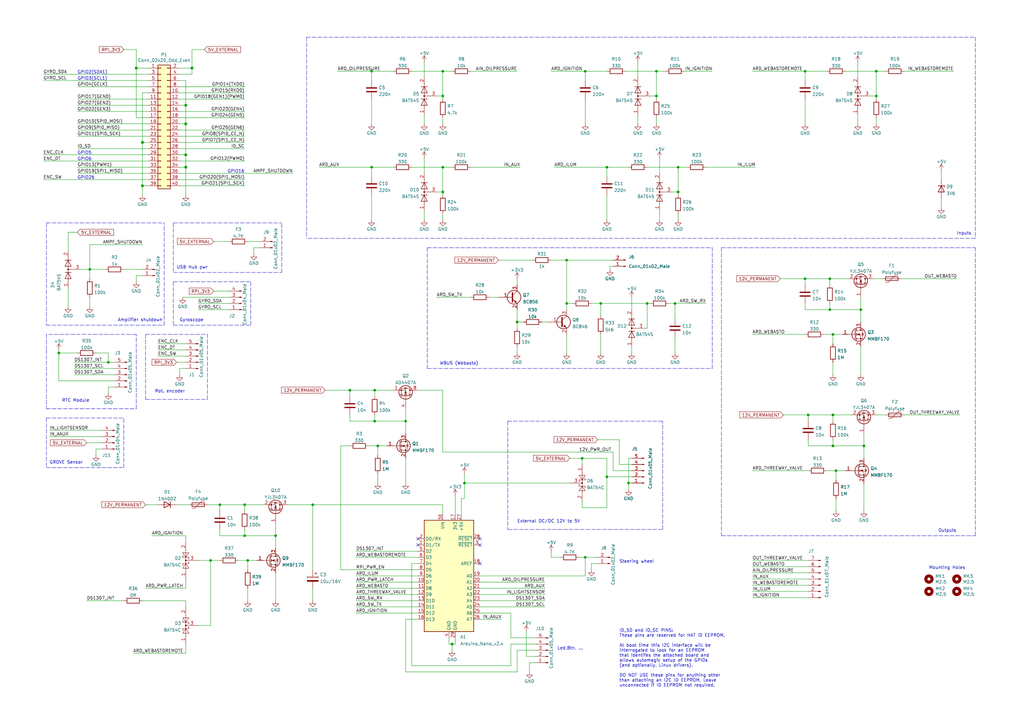
<source format=kicad_sch>
(kicad_sch (version 20211123) (generator eeschema)
  (paper "A3")
  (title_block (title "lr-openauto-hat") (date "2022-01-23") (rev "1") (company "Ing. Robert Sedlacek"))
  (junction (at 154.94 182.88))
  (junction (at 143.51 160.02))
  (junction (at 240.03 29.21))
  (junction (at 101.6 229.87))
  (junction (at 341.63 137.16))
  (junction (at 342.9 193.04))
  (junction (at 55.88 27.94) (diameter 1.016))
  (junction (at 341.63 182.88))
  (junction (at 248.92 195.58))
  (junction (at 76.2 68.58) (diameter 1.016))
  (junction (at 330.2 29.21))
  (junction (at 265.43 124.46))
  (junction (at 248.92 68.58))
  (junction (at 153.67 160.02))
  (junction (at 185.42 264.16))
  (junction (at 232.41 124.46))
  (junction (at 340.36 114.3))
  (junction (at 76.2 43.18) (diameter 1.016))
  (junction (at 181.61 39.37))
  (junction (at 354.33 182.88))
  (junction (at 181.61 29.21))
  (junction (at 166.37 172.72))
  (junction (at 353.06 127))
  (junction (at 113.03 219.71))
  (junction (at 257.81 198.12))
  (junction (at 278.13 78.74))
  (junction (at 238.76 187.96))
  (junction (at 36.83 110.49))
  (junction (at 190.5 198.12))
  (junction (at 330.2 114.3))
  (junction (at 341.63 170.18))
  (junction (at 181.61 68.58))
  (junction (at 78.74 27.94) (diameter 1.016))
  (junction (at 90.17 207.01))
  (junction (at 86.36 229.87))
  (junction (at 76.2 63.5) (diameter 1.016))
  (junction (at 269.24 29.21))
  (junction (at 278.13 68.58))
  (junction (at 76.2 50.8) (diameter 1.016))
  (junction (at 58.42 58.42) (diameter 1.016))
  (junction (at 58.42 76.2) (diameter 1.016))
  (junction (at 276.86 124.46))
  (junction (at 100.33 207.01))
  (junction (at 232.41 106.68))
  (junction (at 153.67 172.72))
  (junction (at 152.4 68.58))
  (junction (at 24.13 144.78))
  (junction (at 128.27 207.01))
  (junction (at 44.45 148.59))
  (junction (at 100.33 219.71))
  (junction (at 359.41 39.37))
  (junction (at 246.38 124.46))
  (junction (at 359.41 29.21))
  (junction (at 181.61 78.74))
  (junction (at 212.09 132.08))
  (junction (at 152.4 29.21))
  (junction (at 331.47 170.18))
  (junction (at 340.36 127))
  (junction (at 269.24 39.37))
  (junction (at 240.03 228.6))
  (no_connect (at 196.85 231.14))
  (no_connect (at 196.85 220.98))
  (no_connect (at 196.85 223.52))
  (no_connect (at 171.45 223.52))
  (no_connect (at 171.45 220.98))
  (polyline (pts (xy 71.12 91.44) (xy 71.12 111.76)))
  (wire (pts (xy 36.83 110.49) (xy 43.18 110.49)))
  (wire (pts (xy 173.99 46.99) (xy 173.99 50.8)))
  (wire (pts (xy 270.51 86.36) (xy 270.51 90.17)))
  (wire (pts (xy 240.03 33.02) (xy 240.03 29.21)))
  (wire (pts (xy 248.92 195.58) (xy 248.92 208.28)))
  (wire (pts (xy 181.61 39.37) (xy 181.61 40.64)))
  (wire (pts (xy 346.71 29.21) (xy 359.41 29.21)))
  (wire (pts (xy 146.05 246.38) (xy 171.45 246.38)))
  (polyline (pts (xy 59.69 137.16) (xy 59.69 163.83)))
  (wire (pts (xy 152.4 29.21) (xy 161.29 29.21)))
  (wire (pts (xy 340.36 124.46) (xy 340.36 127)))
  (wire (pts (xy 340.36 114.3) (xy 340.36 116.84)))
  (polyline (pts (xy 71.12 133.35) (xy 102.87 133.35)))
  (wire (pts (xy 242.57 124.46) (xy 246.38 124.46)))
  (wire (pts (xy 308.61 193.04) (xy 331.47 193.04)))
  (wire (pts (xy 55.88 27.94) (xy 60.96 27.94)))
  (wire (pts (xy 242.57 233.68) (xy 242.57 231.14)))
  (polyline (pts (xy 400.05 15.24) (xy 400.05 97.79)))
  (wire (pts (xy 181.61 29.21) (xy 185.42 29.21)))
  (wire (pts (xy 212.09 275.59) (xy 212.09 266.7)))
  (wire (pts (xy 308.61 232.41) (xy 331.47 232.41)))
  (wire (pts (xy 246.38 124.46) (xy 265.43 124.46)))
  (polyline (pts (xy 175.26 101.6) (xy 175.26 151.13)))
  (polyline (pts (xy 71.12 115.57) (xy 102.87 115.57)))
  (polyline (pts (xy 102.87 133.35) (xy 102.87 115.57)))
  (polyline (pts (xy 19.05 133.35) (xy 67.31 133.35)))
  (wire (pts (xy 73.66 71.12) (xy 120.142 71.12)))
  (wire (pts (xy 179.07 121.92) (xy 193.04 121.92)))
  (wire (pts (xy 152.4 80.01) (xy 152.4 90.17)))
  (wire (pts (xy 146.05 228.6) (xy 171.45 228.6)))
  (wire (pts (xy 250.19 110.49) (xy 250.19 109.22)))
  (wire (pts (xy 222.25 132.08) (xy 224.79 132.08)))
  (wire (pts (xy 78.74 27.94) (xy 78.74 30.48)))
  (wire (pts (xy 353.06 127) (xy 340.36 127)))
  (wire (pts (xy 354.33 182.88) (xy 354.33 187.96)))
  (wire (pts (xy 154.94 182.88) (xy 158.75 182.88)))
  (wire (pts (xy 181.61 39.37) (xy 181.61 29.21)))
  (wire (pts (xy 171.45 160.02) (xy 181.61 160.02)))
  (wire (pts (xy 196.85 248.92) (xy 223.52 248.92)))
  (wire (pts (xy 35.56 181.61) (xy 41.91 181.61)))
  (wire (pts (xy 341.63 170.18) (xy 341.63 172.72)))
  (wire (pts (xy 280.67 29.21) (xy 292.1 29.21)))
  (wire (pts (xy 101.6 229.87) (xy 105.41 229.87)))
  (wire (pts (xy 353.06 127) (xy 353.06 132.08)))
  (wire (pts (xy 64.77 140.97) (xy 76.2 140.97)))
  (wire (pts (xy 55.88 113.03) (xy 58.42 113.03)))
  (wire (pts (xy 190.5 198.12) (xy 190.5 194.31)))
  (polyline (pts (xy 125.73 15.24) (xy 125.73 97.79)))
  (wire (pts (xy 104.14 104.14) (xy 104.14 101.6)))
  (wire (pts (xy 152.4 33.02) (xy 152.4 29.21)))
  (wire (pts (xy 113.03 234.95) (xy 113.03 246.38)))
  (wire (pts (xy 76.2 43.18) (xy 76.2 50.8)))
  (wire (pts (xy 261.62 25.4) (xy 261.62 31.75)))
  (wire (pts (xy 100.33 207.01) (xy 100.33 209.55)))
  (wire (pts (xy 168.91 231.14) (xy 168.91 273.05)))
  (wire (pts (xy 62.23 219.71) (xy 76.2 219.71)))
  (wire (pts (xy 73.66 35.56) (xy 100.33 35.56)))
  (wire (pts (xy 248.92 187.96) (xy 248.92 195.58)))
  (wire (pts (xy 308.61 245.11) (xy 331.47 245.11)))
  (wire (pts (xy 342.9 193.04) (xy 342.9 196.85)))
  (wire (pts (xy 100.33 217.17) (xy 100.33 219.71)))
  (wire (pts (xy 238.76 205.74) (xy 238.76 208.28)))
  (wire (pts (xy 337.82 137.16) (xy 341.63 137.16)))
  (wire (pts (xy 251.46 185.42) (xy 251.46 193.04)))
  (wire (pts (xy 20.32 176.53) (xy 41.91 176.53)))
  (polyline (pts (xy 19.05 171.45) (xy 50.8 171.45)))
  (wire (pts (xy 240.03 29.21) (xy 248.92 29.21)))
  (wire (pts (xy 81.28 124.46) (xy 93.98 124.46)))
  (wire (pts (xy 113.03 219.71) (xy 113.03 224.79)))
  (wire (pts (xy 278.13 68.58) (xy 281.94 68.58)))
  (wire (pts (xy 276.86 130.81) (xy 276.86 124.46)))
  (wire (pts (xy 85.09 207.01) (xy 90.17 207.01)))
  (wire (pts (xy 354.33 182.88) (xy 341.63 182.88)))
  (wire (pts (xy 232.41 127) (xy 232.41 124.46)))
  (wire (pts (xy 330.2 33.02) (xy 330.2 29.21)))
  (wire (pts (xy 269.24 39.37) (xy 269.24 40.64)))
  (wire (pts (xy 259.08 142.24) (xy 259.08 144.78)))
  (polyline (pts (xy 175.26 101.6) (xy 292.1 101.6)))
  (polyline (pts (xy 19.05 91.44) (xy 67.31 91.44)))
  (polyline (pts (xy 175.26 151.13) (xy 292.1 151.13)))
  (wire (pts (xy 152.4 72.39) (xy 152.4 68.58)))
  (wire (pts (xy 153.67 160.02) (xy 153.67 162.56)))
  (wire (pts (xy 341.63 148.59) (xy 341.63 153.67)))
  (wire (pts (xy 181.61 160.02) (xy 181.61 185.42)))
  (wire (pts (xy 341.63 137.16) (xy 341.63 140.97)))
  (wire (pts (xy 226.06 228.6) (xy 229.87 228.6)))
  (wire (pts (xy 64.77 146.05) (xy 76.2 146.05)))
  (wire (pts (xy 72.39 148.59) (xy 76.2 148.59)))
  (wire (pts (xy 212.09 132.08) (xy 214.63 132.08)))
  (wire (pts (xy 76.2 33.02) (xy 73.66 33.02)))
  (wire (pts (xy 73.66 66.04) (xy 100.33 66.04)))
  (wire (pts (xy 196.85 236.22) (xy 240.03 236.22)))
  (wire (pts (xy 31.75 53.34) (xy 60.96 53.34)))
  (wire (pts (xy 354.33 177.8) (xy 354.33 182.88)))
  (wire (pts (xy 181.61 78.74) (xy 181.61 68.58)))
  (wire (pts (xy 212.09 142.24) (xy 212.09 144.78)))
  (wire (pts (xy 217.17 271.78) (xy 219.71 271.78)))
  (wire (pts (xy 212.09 127) (xy 212.09 132.08)))
  (wire (pts (xy 39.37 144.78) (xy 44.45 144.78)))
  (wire (pts (xy 264.16 134.62) (xy 265.43 134.62)))
  (wire (pts (xy 226.06 29.21) (xy 240.03 29.21)))
  (wire (pts (xy 60.96 60.96) (xy 31.75 60.96)))
  (wire (pts (xy 359.41 48.26) (xy 359.41 50.8)))
  (wire (pts (xy 248.92 187.96) (xy 238.76 187.96)))
  (wire (pts (xy 166.37 254) (xy 171.45 254)))
  (polyline (pts (xy 400.05 97.79) (xy 125.73 97.79)))
  (wire (pts (xy 76.2 43.18) (xy 73.66 43.18)))
  (wire (pts (xy 276.86 124.46) (xy 289.56 124.46)))
  (polyline (pts (xy 125.73 15.24) (xy 400.05 15.24)))
  (polyline (pts (xy 295.91 219.71) (xy 400.05 219.71)))
  (wire (pts (xy 308.61 137.16) (xy 330.2 137.16)))
  (wire (pts (xy 370.84 170.18) (xy 393.7 170.18)))
  (wire (pts (xy 278.13 87.63) (xy 278.13 90.17)))
  (wire (pts (xy 55.88 27.94) (xy 55.88 48.26)))
  (wire (pts (xy 331.47 182.88) (xy 341.63 182.88)))
  (wire (pts (xy 17.78 63.5) (xy 60.96 63.5)))
  (wire (pts (xy 30.48 151.13) (xy 46.99 151.13)))
  (wire (pts (xy 166.37 172.72) (xy 153.67 172.72)))
  (wire (pts (xy 370.84 29.21) (xy 391.16 29.21)))
  (wire (pts (xy 353.06 142.24) (xy 353.06 153.67)))
  (wire (pts (xy 146.05 226.06) (xy 171.45 226.06)))
  (wire (pts (xy 330.2 29.21) (xy 339.09 29.21)))
  (wire (pts (xy 139.7 182.88) (xy 143.51 182.88)))
  (wire (pts (xy 58.42 38.1) (xy 60.96 38.1)))
  (wire (pts (xy 76.2 50.8) (xy 73.66 50.8)))
  (wire (pts (xy 104.14 101.6) (xy 106.68 101.6)))
  (wire (pts (xy 259.08 187.96) (xy 257.81 187.96)))
  (wire (pts (xy 238.76 208.28) (xy 248.92 208.28)))
  (wire (pts (xy 359.41 29.21) (xy 363.22 29.21)))
  (polyline (pts (xy 115.57 111.76) (xy 115.57 91.44)))
  (wire (pts (xy 17.78 30.48) (xy 60.96 30.48)))
  (wire (pts (xy 73.66 76.2) (xy 100.33 76.2)))
  (wire (pts (xy 227.33 68.58) (xy 248.92 68.58)))
  (wire (pts (xy 193.04 29.21) (xy 212.09 29.21)))
  (wire (pts (xy 356.87 39.37) (xy 359.41 39.37)))
  (wire (pts (xy 341.63 137.16) (xy 345.44 137.16)))
  (wire (pts (xy 36.83 100.33) (xy 58.42 100.33)))
  (wire (pts (xy 173.99 86.36) (xy 173.99 90.17)))
  (wire (pts (xy 39.37 184.15) (xy 41.91 184.15)))
  (wire (pts (xy 275.59 78.74) (xy 278.13 78.74)))
  (wire (pts (xy 130.81 68.58) (xy 152.4 68.58)))
  (wire (pts (xy 173.99 25.4) (xy 173.99 31.75)))
  (wire (pts (xy 166.37 275.59) (xy 212.09 275.59)))
  (wire (pts (xy 342.9 204.47) (xy 342.9 209.55)))
  (wire (pts (xy 354.33 198.12) (xy 354.33 209.55)))
  (wire (pts (xy 31.75 71.12) (xy 60.96 71.12)))
  (wire (pts (xy 308.61 234.95) (xy 331.47 234.95)))
  (wire (pts (xy 359.41 39.37) (xy 359.41 29.21)))
  (wire (pts (xy 251.46 193.04) (xy 259.08 193.04)))
  (wire (pts (xy 179.07 78.74) (xy 181.61 78.74)))
  (wire (pts (xy 31.75 45.72) (xy 60.96 45.72)))
  (wire (pts (xy 50.8 20.32) (xy 55.88 20.32)))
  (wire (pts (xy 24.13 143.51) (xy 24.13 144.78)))
  (wire (pts (xy 76.2 219.71) (xy 76.2 222.25)))
  (wire (pts (xy 189.23 204.47) (xy 190.5 204.47)))
  (wire (pts (xy 269.24 29.21) (xy 273.05 29.21)))
  (wire (pts (xy 24.13 144.78) (xy 24.13 156.21)))
  (wire (pts (xy 72.39 207.01) (xy 77.47 207.01)))
  (wire (pts (xy 73.66 58.42) (xy 100.33 58.42)))
  (wire (pts (xy 17.78 73.66) (xy 60.96 73.66)))
  (wire (pts (xy 146.05 241.3) (xy 171.45 241.3)))
  (polyline (pts (xy 55.88 167.64) (xy 55.88 137.16)))
  (wire (pts (xy 257.81 200.66) (xy 257.81 198.12)))
  (wire (pts (xy 196.85 243.84) (xy 223.52 243.84)))
  (wire (pts (xy 76.2 246.38) (xy 76.2 248.92)))
  (wire (pts (xy 248.92 195.58) (xy 259.08 195.58)))
  (wire (pts (xy 181.61 78.74) (xy 181.61 80.01)))
  (wire (pts (xy 386.08 69.85) (xy 386.08 73.66)))
  (wire (pts (xy 168.91 273.05) (xy 209.55 273.05)))
  (wire (pts (xy 179.07 39.37) (xy 181.61 39.37)))
  (wire (pts (xy 265.43 124.46) (xy 266.7 124.46)))
  (wire (pts (xy 27.94 95.25) (xy 27.94 102.87)))
  (wire (pts (xy 36.83 121.92) (xy 36.83 125.73)))
  (polyline (pts (xy 55.88 137.16) (xy 19.05 137.16)))
  (polyline (pts (xy 292.1 151.13) (xy 292.1 101.6)))
  (wire (pts (xy 24.13 156.21) (xy 46.99 156.21)))
  (polyline (pts (xy 295.91 101.6) (xy 295.91 219.71)))
  (wire (pts (xy 186.69 203.2) (xy 186.69 210.82)))
  (wire (pts (xy 196.85 238.76) (xy 223.52 238.76)))
  (wire (pts (xy 73.66 48.26) (xy 100.33 48.26)))
  (wire (pts (xy 101.6 229.87) (xy 101.6 233.68)))
  (wire (pts (xy 55.88 48.26) (xy 60.96 48.26)))
  (wire (pts (xy 184.15 261.62) (xy 184.15 264.16)))
  (wire (pts (xy 190.5 198.12) (xy 233.68 198.12)))
  (wire (pts (xy 59.69 241.3) (xy 76.2 241.3)))
  (wire (pts (xy 60.96 50.8) (xy 31.75 50.8)))
  (wire (pts (xy 17.78 33.02) (xy 60.96 33.02)))
  (wire (pts (xy 90.17 207.01) (xy 90.17 209.55)))
  (wire (pts (xy 76.2 63.5) (xy 76.2 68.58)))
  (wire (pts (xy 58.42 58.42) (xy 58.42 76.2)))
  (wire (pts (xy 24.13 144.78) (xy 31.75 144.78)))
  (polyline (pts (xy 71.12 115.57) (xy 71.12 133.35)))
  (wire (pts (xy 86.36 256.54) (xy 86.36 229.87)))
  (wire (pts (xy 153.67 170.18) (xy 153.67 172.72)))
  (polyline (pts (xy 208.28 172.72) (xy 208.28 217.17)))
  (polyline (pts (xy 19.05 171.45) (xy 19.05 191.77)))
  (polyline (pts (xy 208.28 217.17) (xy 271.78 217.17)))
  (wire (pts (xy 128.27 241.3) (xy 128.27 246.38)))
  (wire (pts (xy 59.69 207.01) (xy 64.77 207.01)))
  (wire (pts (xy 78.74 27.94) (xy 73.66 27.94)))
  (wire (pts (xy 87.63 99.06) (xy 93.98 99.06)))
  (wire (pts (xy 173.99 64.77) (xy 173.99 71.12)))
  (wire (pts (xy 246.38 124.46) (xy 246.38 129.54)))
  (wire (pts (xy 269.24 39.37) (xy 269.24 29.21)))
  (wire (pts (xy 209.55 264.16) (xy 209.55 273.05)))
  (wire (pts (xy 181.61 207.01) (xy 181.61 210.82)))
  (wire (pts (xy 245.11 180.34) (xy 254 180.34)))
  (wire (pts (xy 321.31 170.18) (xy 331.47 170.18)))
  (wire (pts (xy 78.74 30.48) (xy 73.66 30.48)))
  (wire (pts (xy 308.61 237.49) (xy 331.47 237.49)))
  (polyline (pts (xy 50.8 191.77) (xy 50.8 171.45)))
  (polyline (pts (xy 67.31 133.35) (xy 67.31 91.44)))
  (wire (pts (xy 58.42 76.2) (xy 60.96 76.2)))
  (wire (pts (xy 351.79 46.99) (xy 351.79 50.8)))
  (wire (pts (xy 269.24 48.26) (xy 269.24 50.8)))
  (wire (pts (xy 76.2 264.16) (xy 76.2 267.97)))
  (wire (pts (xy 181.61 87.63) (xy 181.61 90.17)))
  (polyline (pts (xy 271.78 217.17) (xy 271.78 172.72)))
  (wire (pts (xy 185.42 264.16) (xy 186.69 264.16)))
  (wire (pts (xy 107.95 207.01) (xy 100.33 207.01)))
  (wire (pts (xy 139.7 233.68) (xy 171.45 233.68)))
  (wire (pts (xy 58.42 38.1) (xy 58.42 58.42)))
  (wire (pts (xy 36.83 110.49) (xy 36.83 114.3)))
  (wire (pts (xy 30.48 148.59) (xy 44.45 148.59)))
  (wire (pts (xy 341.63 180.34) (xy 341.63 182.88)))
  (wire (pts (xy 246.38 137.16) (xy 246.38 144.78)))
  (wire (pts (xy 128.27 207.01) (xy 181.61 207.01)))
  (wire (pts (xy 232.41 137.16) (xy 232.41 144.78)))
  (wire (pts (xy 73.66 53.34) (xy 100.33 53.34)))
  (wire (pts (xy 209.55 261.62) (xy 209.55 251.46)))
  (wire (pts (xy 257.81 187.96) (xy 257.81 198.12)))
  (wire (pts (xy 232.41 106.68) (xy 251.46 106.68)))
  (wire (pts (xy 113.03 214.63) (xy 113.03 219.71)))
  (wire (pts (xy 20.32 179.07) (xy 41.91 179.07)))
  (wire (pts (xy 168.91 29.21) (xy 181.61 29.21)))
  (wire (pts (xy 340.36 114.3) (xy 330.2 114.3)))
  (wire (pts (xy 196.85 254) (xy 205.74 254)))
  (wire (pts (xy 242.57 231.14) (xy 245.11 231.14)))
  (wire (pts (xy 128.27 207.01) (xy 128.27 233.68)))
  (wire (pts (xy 330.2 114.3) (xy 330.2 116.84)))
  (wire (pts (xy 27.94 118.11) (xy 27.94 125.73)))
  (wire (pts (xy 196.85 241.3) (xy 223.52 241.3)))
  (wire (pts (xy 358.14 114.3) (xy 361.95 114.3)))
  (wire (pts (xy 181.61 68.58) (xy 185.42 68.58)))
  (wire (pts (xy 73.66 151.13) (xy 76.2 151.13)))
  (wire (pts (xy 166.37 167.64) (xy 166.37 172.72)))
  (wire (pts (xy 232.41 106.68) (xy 232.41 124.46)))
  (wire (pts (xy 320.04 114.3) (xy 330.2 114.3)))
  (wire (pts (xy 143.51 170.18) (xy 143.51 172.72)))
  (wire (pts (xy 276.86 138.43) (xy 276.86 144.78)))
  (wire (pts (xy 76.2 33.02) (xy 76.2 43.18)))
  (wire (pts (xy 76.2 237.49) (xy 76.2 241.3)))
  (wire (pts (xy 36.83 100.33) (xy 36.83 110.49)))
  (wire (pts (xy 248.92 68.58) (xy 257.81 68.58)))
  (polyline (pts (xy 59.69 163.83) (xy 85.09 163.83)))
  (wire (pts (xy 254 180.34) (xy 254 190.5)))
  (wire (pts (xy 97.79 229.87) (xy 101.6 229.87)))
  (wire (pts (xy 209.55 264.16) (xy 219.71 264.16)))
  (wire (pts (xy 76.2 63.5) (xy 73.66 63.5)))
  (wire (pts (xy 151.13 182.88) (xy 154.94 182.88)))
  (wire (pts (xy 274.32 124.46) (xy 276.86 124.46)))
  (wire (pts (xy 200.66 121.92) (xy 204.47 121.92)))
  (wire (pts (xy 101.6 241.3) (xy 101.6 246.38)))
  (wire (pts (xy 331.47 180.34) (xy 331.47 182.88)))
  (wire (pts (xy 76.2 68.58) (xy 76.2 80.01)))
  (wire (pts (xy 289.56 68.58) (xy 309.88 68.58)))
  (wire (pts (xy 215.9 259.08) (xy 215.9 269.24)))
  (wire (pts (xy 133.35 160.02) (xy 143.51 160.02)))
  (wire (pts (xy 31.75 55.88) (xy 60.96 55.88)))
  (wire (pts (xy 339.09 193.04) (xy 342.9 193.04)))
  (wire (pts (xy 76.2 68.58) (xy 73.66 68.58)))
  (wire (pts (xy 58.42 246.38) (xy 76.2 246.38)))
  (wire (pts (xy 226.06 226.06) (xy 226.06 228.6)))
  (wire (pts (xy 17.78 66.04) (xy 60.96 66.04)))
  (wire (pts (xy 257.81 198.12) (xy 259.08 198.12)))
  (wire (pts (xy 31.75 35.56) (xy 60.96 35.56)))
  (wire (pts (xy 101.6 99.06) (xy 106.68 99.06)))
  (wire (pts (xy 184.15 264.16) (xy 185.42 264.16)))
  (wire (pts (xy 143.51 160.02) (xy 143.51 162.56)))
  (wire (pts (xy 219.71 269.24) (xy 215.9 269.24)))
  (wire (pts (xy 369.57 114.3) (xy 392.43 114.3)))
  (wire (pts (xy 90.17 217.17) (xy 90.17 219.71)))
  (wire (pts (xy 331.47 170.18) (xy 331.47 172.72)))
  (wire (pts (xy 250.19 109.22) (xy 251.46 109.22)))
  (wire (pts (xy 226.06 106.68) (xy 232.41 106.68)))
  (wire (pts (xy 248.92 80.01) (xy 248.92 90.17)))
  (wire (pts (xy 44.45 148.59) (xy 46.99 148.59)))
  (wire (pts (xy 31.75 43.18) (xy 60.96 43.18)))
  (wire (pts (xy 44.45 144.78) (xy 44.45 148.59)))
  (wire (pts (xy 58.42 76.2) (xy 58.42 80.01)))
  (wire (pts (xy 153.67 160.02) (xy 143.51 160.02)))
  (wire (pts (xy 54.61 267.97) (xy 76.2 267.97)))
  (wire (pts (xy 349.25 170.18) (xy 341.63 170.18)))
  (wire (pts (xy 76.2 50.8) (xy 76.2 63.5)))
  (wire (pts (xy 219.71 261.62) (xy 209.55 261.62)))
  (wire (pts (xy 386.08 81.28) (xy 386.08 85.09)))
  (wire (pts (xy 64.77 143.51) (xy 76.2 143.51)))
  (wire (pts (xy 73.66 38.1) (xy 100.33 38.1)))
  (wire (pts (xy 166.37 187.96) (xy 166.37 198.12)))
  (wire (pts (xy 55.88 20.32) (xy 55.88 27.94)))
  (wire (pts (xy 146.05 238.76) (xy 171.45 238.76)))
  (wire (pts (xy 186.69 261.62) (xy 186.69 264.16)))
  (wire (pts (xy 154.94 182.88) (xy 154.94 186.69)))
  (wire (pts (xy 73.66 153.67) (xy 73.66 151.13)))
  (wire (pts (xy 146.05 251.46) (xy 171.45 251.46)))
  (wire (pts (xy 217.17 275.59) (xy 217.17 271.78)))
  (wire (pts (xy 39.37 186.69) (xy 39.37 184.15)))
  (wire (pts (xy 73.66 60.96) (xy 100.33 60.96)))
  (wire (pts (xy 138.43 29.21) (xy 152.4 29.21)))
  (wire (pts (xy 87.63 119.38) (xy 93.98 119.38)))
  (polyline (pts (xy 19.05 143.51) (xy 19.05 167.64)))
  (wire (pts (xy 359.41 39.37) (xy 359.41 40.64)))
  (wire (pts (xy 146.05 243.84) (xy 171.45 243.84)))
  (wire (pts (xy 308.61 242.57) (xy 331.47 242.57)))
  (polyline (pts (xy 71.12 111.76) (xy 115.57 111.76)))
  (wire (pts (xy 161.29 160.02) (xy 153.67 160.02)))
  (wire (pts (xy 83.82 20.32) (xy 78.74 20.32)))
  (wire (pts (xy 73.66 40.64) (xy 100.33 40.64)))
  (polyline (pts (xy 19.05 91.44) (xy 19.05 133.35)))
  (wire (pts (xy 238.76 187.96) (xy 238.76 190.5)))
  (wire (pts (xy 154.94 194.31) (xy 154.94 198.12)))
  (wire (pts (xy 50.8 110.49) (xy 58.42 110.49)))
  (wire (pts (xy 196.85 251.46) (xy 209.55 251.46)))
  (wire (pts (xy 193.04 68.58) (xy 213.36 68.58)))
  (polyline (pts (xy 295.91 101.6) (xy 400.05 101.6)))
  (wire (pts (xy 81.28 127) (xy 93.98 127)))
  (wire (pts (xy 330.2 124.46) (xy 330.2 127)))
  (wire (pts (xy 265.43 134.62) (xy 265.43 124.46)))
  (wire (pts (xy 342.9 193.04) (xy 346.71 193.04)))
  (wire (pts (xy 212.09 266.7) (xy 219.71 266.7)))
  (wire (pts (xy 73.66 55.88) (xy 100.33 55.88)))
  (wire (pts (xy 86.36 229.87) (xy 90.17 229.87)))
  (wire (pts (xy 152.4 68.58) (xy 161.29 68.58)))
  (wire (pts (xy 55.88 115.57) (xy 55.88 113.03)))
  (wire (pts (xy 256.54 29.21) (xy 269.24 29.21)))
  (polyline (pts (xy 59.69 137.16) (xy 85.09 137.16)))
  (wire (pts (xy 359.41 170.18) (xy 363.22 170.18)))
  (wire (pts (xy 330.2 127) (xy 340.36 127)))
  (polyline (pts (xy 19.05 167.64) (xy 55.88 167.64)))
  (wire (pts (xy 152.4 40.64) (xy 152.4 50.8)))
  (wire (pts (xy 189.23 204.47) (xy 189.23 210.82)))
  (wire (pts (xy 248.92 72.39) (xy 248.92 68.58)))
  (polyline (pts (xy 19.05 191.77) (xy 50.8 191.77)))
  (wire (pts (xy 237.49 228.6) (xy 240.03 228.6)))
  (wire (pts (xy 353.06 121.92) (xy 353.06 127)))
  (wire (pts (xy 240.03 40.64) (xy 240.03 50.8)))
  (wire (pts (xy 73.66 45.72) (xy 100.33 45.72)))
  (wire (pts (xy 265.43 68.58) (xy 278.13 68.58)))
  (wire (pts (xy 60.96 40.64) (xy 31.75 40.64)))
  (wire (pts (xy 44.45 158.75) (xy 46.99 158.75)))
  (wire (pts (xy 181.61 185.42) (xy 251.46 185.42)))
  (wire (pts (xy 146.05 248.92) (xy 171.45 248.92)))
  (wire (pts (xy 190.5 204.47) (xy 190.5 198.12)))
  (wire (pts (xy 168.91 68.58) (xy 181.61 68.58)))
  (wire (pts (xy 204.47 106.68) (xy 218.44 106.68)))
  (polyline (pts (xy 19.05 137.16) (xy 19.05 143.51)))
  (wire (pts (xy 81.28 256.54) (xy 86.36 256.54)))
  (wire (pts (xy 278.13 78.74) (xy 278.13 80.01)))
  (wire (pts (xy 212.09 132.08) (xy 212.09 134.62)))
  (wire (pts (xy 44.45 161.29) (xy 44.45 158.75)))
  (wire (pts (xy 118.11 207.01) (xy 128.27 207.01)))
  (wire (pts (xy 181.61 48.26) (xy 181.61 50.8)))
  (polyline (pts (xy 85.09 163.83) (xy 85.09 137.16)))
  (wire (pts (xy 266.7 39.37) (xy 269.24 39.37)))
  (wire (pts (xy 31.75 95.25) (xy 27.94 95.25)))
  (wire (pts (xy 308.61 240.03) (xy 331.47 240.03)))
  (wire (pts (xy 73.66 73.66) (xy 100.33 73.66)))
  (wire (pts (xy 254 190.5) (xy 259.08 190.5)))
  (wire (pts (xy 270.51 64.77) (xy 270.51 71.12)))
  (wire (pts (xy 30.48 153.67) (xy 46.99 153.67)))
  (wire (pts (xy 58.42 58.42) (xy 60.96 58.42)))
  (wire (pts (xy 78.74 20.32) (xy 78.74 27.94)))
  (wire (pts (xy 81.28 229.87) (xy 86.36 229.87)))
  (wire (pts (xy 240.03 228.6) (xy 245.11 228.6)))
  (wire (pts (xy 74.93 121.92) (xy 93.98 121.92)))
  (wire (pts (xy 341.63 170.18) (xy 331.47 170.18)))
  (polyline (pts (xy 71.12 91.44) (xy 115.57 91.44)))
  (wire (pts (xy 166.37 254) (xy 166.37 275.59)))
  (wire (pts (xy 351.79 25.4) (xy 351.79 31.75)))
  (wire (pts (xy 261.62 46.99) (xy 261.62 50.8)))
  (wire (pts (xy 113.03 219.71) (xy 100.33 219.71)))
  (polyline (pts (xy 208.28 172.72) (xy 271.78 172.72)))
  (wire (pts (xy 212.09 114.3) (xy 212.09 116.84)))
  (wire (pts (xy 196.85 246.38) (xy 223.52 246.38)))
  (wire (pts (xy 347.98 114.3) (xy 340.36 114.3)))
  (wire (pts (xy 33.02 110.49) (xy 36.83 110.49)))
  (wire (pts (xy 139.7 233.68) (xy 139.7 182.88)))
  (wire (pts (xy 233.68 187.96) (xy 238.76 187.96)))
  (wire (pts (xy 259.08 121.92) (xy 259.08 127)))
  (wire (pts (xy 166.37 172.72) (xy 166.37 177.8)))
  (wire (pts (xy 308.61 29.21) (xy 330.2 29.21)))
  (wire (pts (xy 330.2 40.64) (xy 330.2 50.8)))
  (wire (pts (xy 100.33 207.01) (xy 90.17 207.01)))
  (wire (pts (xy 171.45 231.14) (xy 168.91 231.14)))
  (wire (pts (xy 240.03 228.6) (xy 240.03 236.22)))
  (wire (pts (xy 308.61 229.87) (xy 331.47 229.87)))
  (wire (pts (xy 143.51 172.72) (xy 153.67 172.72)))
  (polyline (pts (xy 400.05 219.71) (xy 400.05 101.6)))
  (wire (pts (xy 90.17 219.71) (xy 100.33 219.71)))
  (wire (pts (xy 146.05 236.22) (xy 171.45 236.22)))
  (wire (pts (xy 35.56 246.38) (xy 50.8 246.38)))
  (wire (pts (xy 185.42 264.16) (xy 185.42 266.7)))
  (wire (pts (xy 278.13 78.74) (xy 278.13 68.58)))
  (wire (pts (xy 60.96 68.58) (xy 31.75 68.58)))
  (wire (pts (xy 232.41 124.46) (xy 234.95 124.46)))
  (text "RTC Module" (at 25.4 165.1 0) (effects (font (size 1.27 1.27)) (justify left bottom)))
  (text "GROVE Sensor" (at 20.32 190.5 0) (effects (font (size 1.27 1.27)) (justify left bottom)))
  (text "ID_SD and ID_SC PINS:\nThese pins are reserved for HAT ID EEPROM.\n\nAt boot time this I2C interface will be\ninterrogated to look for an EEPROM\nthat identifes the attached board and\nallows automagic setup of the GPIOs\n(and optionally, Linux drivers).\n\nDO NOT USE these pins for anything other\nthan attaching an I2C ID EEPROM. Leave\nunconnected if ID EEPROM not required." (at 254 281.94 0) (effects (font (size 1.27 1.27)) (justify left bottom)))
  (text "GPIO5" (at 31.75 63.5 0) (effects (font (size 1.27 1.27)) (justify left bottom)))
  (text "Outputs" (at 384.81 218.44 0) (effects (font (size 1.27 1.27)) (justify left bottom)))
  (text "Gyroscope" (at 73.66 132.08 0) (effects (font (size 1.27 1.27)) (justify left bottom)))
  (text "Amplifier shutdown" (at 48.26 132.08 0) (effects (font (size 1.27 1.27)) (justify left bottom)))
  (text "GPIO26" (at 31.75 73.66 0) (effects (font (size 1.27 1.27)) (justify left bottom)))
  (text "Led,Btn, ..." (at 228.6 266.7 0) (effects (font (size 1.27 1.27)) (justify left bottom)))
  (text "External DC/DC 12V to 5V" (at 212.09 214.63 0) (effects (font (size 1.27 1.27)) (justify left bottom)))
  (text "GPIO3(SCL1)" (at 31.75 33.02 0) (effects (font (size 1.27 1.27)) (justify left bottom)))
  (text "Steering wheel" (at 254 231.14 0) (effects (font (size 1.27 1.27)) (justify left bottom)))
  (text "GPIO6" (at 31.75 66.04 0) (effects (font (size 1.27 1.27)) (justify left bottom)))
  (text "Mounting Holes" (at 381 233.68 0) (effects (font (size 1.27 1.27)) (justify left bottom)))
  (text "USB Hub pwr" (at 72.39 110.49 0) (effects (font (size 1.27 1.27)) (justify left bottom)))
  (text "GPIO2(SDA1)" (at 31.75 30.48 0) (effects (font (size 1.27 1.27)) (justify left bottom)))
  (text "Inputs" (at 392.43 96.52 0) (effects (font (size 1.27 1.27)) (justify left bottom)))
  (text "WBUS (Webasto)" (at 180.34 149.86 0) (effects (font (size 1.27 1.27)) (justify left bottom)))
  (text "Rot. encoder" (at 63.5 161.29 0) (effects (font (size 1.27 1.27)) (justify left bottom)))
  (text "GPIO16" (at 100.33 71.12 180) (effects (font (size 1.27 1.27)) (justify right bottom)))
  (label "OUT_THREEWAY_VALVE" (at 393.7 170.18 180))
  (label "IN_AUX" (at 308.61 237.49 0))
  (label "DS1307_SCL" (at 223.52 248.92 180))
  (label "ARD_PWR_LATCH" (at 59.69 241.3 0))
  (label "ARD_THREEWAY_VALVE" (at 146.05 243.84 0))
  (label "IN_ILUM" (at 309.88 68.58 180))
  (label "GPIO13(PWM1)" (at 31.75 68.58 0))
  (label "GPIO7(SPI1_CE_N)" (at 100.33 58.42 180))
  (label "GPIO25(GEN6)" (at 100.33 53.34 180))
  (label "ID_SD" (at 31.75 60.96 0))
  (label "GPIO17(GEN0)" (at 31.75 40.64 0))
  (label "IN_WEBASTOREMOTE" (at 391.16 29.21 180))
  (label "GPIO20(SPI1_MOSI)" (at 100.33 73.66 180))
  (label "DS1307_SDA" (at 30.48 153.67 0))
  (label "DS1307_INT" (at 146.05 226.06 0))
  (label "OUT_THREEWAY_VALVE" (at 308.61 229.87 0))
  (label "ARD_OILPRESSURE" (at 138.43 29.21 0))
  (label "ARD_OILPRESSURE" (at 223.52 238.76 180))
  (label "ENC_DT" (at 64.77 143.51 0))
  (label "ARD_SW_RX" (at 289.56 124.46 180))
  (label "GPIO15(RXD0)" (at 100.33 38.1 180))
  (label "IN_AUX" (at 213.36 68.58 180))
  (label "ID_SC" (at 100.33 60.96 180))
  (label "IN_AAUX" (at 20.32 179.07 0))
  (label "ENC_DT" (at 17.78 66.04 0))
  (label "AMPF_SHUTDOWN" (at 58.42 100.33 180))
  (label "ENC_SW" (at 17.78 73.66 0))
  (label "ARD_SW_RX" (at 146.05 246.38 0))
  (label "ARD_PWR_LATCH" (at 146.05 238.76 0))
  (label "GPIO4(GCLK)" (at 31.75 35.56 0))
  (label "AIN_OILPRESSURE" (at 308.61 234.95 0))
  (label "OUT_WEBASTO" (at 308.61 232.41 0))
  (label "DS1307_SCL" (at 30.48 151.13 0))
  (label "ARD_WEBASTOREMOTE" (at 308.61 29.21 0))
  (label "ARD_WEBASTOREMOTE" (at 54.61 267.97 0))
  (label "GYRO_SCL" (at 81.28 127 0))
  (label "ARD_ILUM" (at 227.33 68.58 0))
  (label "AMPF_SHUTDOWN" (at 120.142 71.12 180))
  (label "DS1307_INT" (at 30.48 148.59 0))
  (label "GPIO19(SPI1_MISO)" (at 31.75 71.12 0))
  (label "GPIO21(SPI1_SCK)" (at 100.33 76.2 180))
  (label "12V_PWR_OUT" (at 237.49 185.42 0))
  (label "IN_ILUM" (at 308.61 242.57 0))
  (label "GPIO14(TXD0)" (at 100.33 35.56 180))
  (label "DS1307_SDA" (at 223.52 246.38 180))
  (label "GPIO8(SPI0_CE_N)" (at 100.33 55.88 180))
  (label "ARD_THREEWAY_VALVE" (at 308.61 193.04 0))
  (label "RPI_PWR_EN" (at 146.05 233.68 0))
  (label "GPIO27(GEN2)" (at 31.75 43.18 0))
  (label "GYRO_SCL" (at 17.78 33.02 0))
  (label "GPIO24(GEN5)" (at 100.33 48.26 180))
  (label "ARD_SW_TX" (at 179.07 121.92 0))
  (label "GPIO18(GEN1)(PWM0)" (at 100.33 40.64 180))
  (label "GPIO23(GEN4)" (at 100.33 45.72 180))
  (label "ARD_IGNITION" (at 146.05 251.46 0))
  (label "ARD_ILUM" (at 146.05 236.22 0))
  (label "ARD_WEBASTO" (at 308.61 137.16 0))
  (label "OUT_WEBASTO" (at 392.43 114.3 180))
  (label "IN_IGNITION" (at 308.61 245.11 0))
  (label "GPIO9(SPI0_MISO)" (at 31.75 53.34 0))
  (label "GYRO_SDA" (at 81.28 124.46 0))
  (label "GPIO10(SPI0_MOSI)" (at 31.75 50.8 0))
  (label "ARD_WEBASTOREMOTE" (at 146.05 228.6 0))
  (label "GPIO12(PWM0)" (at 100.33 66.04 180))
  (label "ARD_AUX" (at 130.81 68.58 0))
  (label "DS1307_INT" (at 35.56 246.38 0))
  (label "ARD_WEBASTO" (at 146.05 241.3 0))
  (label "ARD_IGNITION" (at 62.23 219.71 0))
  (label "IN_LIGHTSENSOR" (at 223.52 243.84 180))
  (label "ARD_AUX" (at 223.52 241.3 180))
  (label "ENC_SW" (at 64.77 146.05 0))
  (label "GPIO22(GEN3)" (at 31.75 45.72 0))
  (label "GPIO11(SPI0_SCK)" (at 31.75 55.88 0))
  (label "GYRO_SDA" (at 17.78 30.48 0))
  (label "IN_IGNITION" (at 292.1 29.21 180))
  (label "ARD_IGNITION" (at 226.06 29.21 0))
  (label "IN_LIGHTSENSOR" (at 20.32 176.53 0))
  (label "AIN_OILPRESSURE" (at 212.09 29.21 180))
  (label "ENC_CLK" (at 64.77 140.97 0))
  (label "IN_AAUX" (at 205.74 254 180))
  (label "ENC_CLK" (at 17.78 63.5 0))
  (label "IN_WEBASTOREMOTE" (at 308.61 240.03 0))
  (label "ARD_SW_TX" (at 146.05 248.92 0))
  (global_label "5V_EXTERNAL" (shape input) (at 83.82 20.32 0) (property "Intersheet References" "${INTERSHEET_REFS}" (effects hide)))
  (global_label "5V_EXTERNAL" (shape input) (at 35.56 181.61 180) (property "Intersheet References" "${INTERSHEET_REFS}" (effects hide)))
  (global_label "12V_PERMANENT" (shape input) (at 245.11 180.34 180) (property "Intersheet References" "${INTERSHEET_REFS}" (effects hide)))
  (global_label "RPI_3V3" (shape input) (at 87.63 119.38 180) (property "Intersheet References" "${INTERSHEET_REFS}" (effects hide)))
  (global_label "RPI_3V3" (shape input) (at 50.8 20.32 180) (property "Intersheet References" "${INTERSHEET_REFS}" (effects hide)))
  (global_label "12V_PERMANENT" (shape input) (at 59.69 207.01 180) (property "Intersheet References" "${INTERSHEET_REFS}" (effects hide)))
  (global_label "RPI_3V3" (shape input) (at 72.39 148.59 180) (property "Intersheet References" "${INTERSHEET_REFS}" (effects hide)))
  (global_label "5V_EXTERNAL" (shape input) (at 233.68 187.96 180) (property "Intersheet References" "${INTERSHEET_REFS}" (effects hide)))
  (global_label "12V_PERMANENT" (shape input) (at 133.35 160.02 180) (property "Intersheet References" "${INTERSHEET_REFS}" (effects hide)))
  (global_label "12V_PERMANENT" (shape input) (at 321.31 170.18 180) (property "Intersheet References" "${INTERSHEET_REFS}" (effects hide)))
  (global_label "12V_PERMANENT" (shape input) (at 320.04 114.3 180) (property "Intersheet References" "${INTERSHEET_REFS}" (effects hide)))
  (global_label "5V_EXTERNAL" (shape input) (at 87.63 99.06 180) (property "Intersheet References" "${INTERSHEET_REFS}" (effects hide)))
  (global_label "5V_EXTERNAL" (shape input) (at 31.75 95.25 0) (property "Intersheet References" "${INTERSHEET_REFS}" (effects hide)))
  (global_label "12V_PERMANENT" (shape input) (at 204.47 106.68 180) (property "Intersheet References" "${INTERSHEET_REFS}" (effects hide)))
  (symbol (lib_id "power:+5V") (at 190.5 194.31 0) (unit 1)
    (property "Reference" "#PWR021" (effects hide))
    (property "Value" "+5V" (at 190.5 190.754 0))
  )
  (symbol (lib_id "power:+3.3V") (at 186.69 203.2 0) (unit 1)
    (property "Reference" "#PWR020" (effects hide))
    (property "Value" "+3.3V" (at 186.69 199.644 0))
  )
  (symbol (lib_id "power:GND") (at 76.2 80.01 0) (unit 1)
    (property "Reference" "#PWR08" (effects hide))
    (property "Value" "GND" (at 76.2 83.82 0))
  )
  (symbol (lib_id "power:GND") (at 58.42 80.01 0) (unit 1)
    (property "Reference" "#PWR05" (effects hide))
    (property "Value" "GND" (at 58.42 83.82 0))
  )
  (symbol (lib_id "Mechanical:MountingHole") (at 381 237.49 0) (unit 1)
    (property "Reference" "MK1" (at 383.54 236.3216 0) (effects (justify left)))
    (property "Value" "M2.5" (at 383.54 238.633 0) (effects (justify left)))
    (property "Footprint" "MountingHole:MountingHole_2.7mm_M2.5" (effects hide))
  )
  (symbol (lib_id "Mechanical:MountingHole") (at 392.43 237.49 0) (unit 1)
    (property "Reference" "MK3" (at 394.97 236.3216 0) (effects (justify left)))
    (property "Value" "M2.5" (at 394.97 238.633 0) (effects (justify left)))
    (property "Footprint" "MountingHole:MountingHole_2.7mm_M2.5" (effects hide))
  )
  (symbol (lib_id "Mechanical:MountingHole") (at 381 242.57 0) (unit 1)
    (property "Reference" "MK2" (at 383.54 241.4016 0) (effects (justify left)))
    (property "Value" "M2.5" (at 383.54 243.713 0) (effects (justify left)))
    (property "Footprint" "MountingHole:MountingHole_2.7mm_M2.5" (effects hide))
  )
  (symbol (lib_id "Mechanical:MountingHole") (at 392.43 242.57 0) (unit 1)
    (property "Reference" "MK4" (at 394.97 241.4016 0) (effects (justify left)))
    (property "Value" "M2.5" (at 394.97 243.713 0) (effects (justify left)))
    (property "Footprint" "MountingHole:MountingHole_2.7mm_M2.5" (effects hide))
  )
  (symbol (lib_id "Connector_Generic:Conn_02x20_Odd_Even") (at 66.04 50.8 0) (unit 1)
    (property "Reference" "P1" (at 67.31 22.4282 0))
    (property "Value" "Conn_02x20_Odd_Even" (at 67.31 24.7396 0))
    (property "Footprint" "Connector_PinSocket_2.54mm:PinSocket_2x20_P2.54mm_Vertical" (effects hide))
  )
  (symbol (lib_id "Diode:BAT54C") (at 76.2 256.54 90) (unit 1)
    (property "Reference" "D3" (at 74.295 255.6315 90) (effects (justify left)))
    (property "Value" "BAT54C" (at 74.295 258.4066 90) (effects (justify left)))
    (property "Footprint" "Package_TO_SOT_SMD:SOT-23" (effects hide))
    (property "Datasheet" "http://www.diodes.com/_files/datasheets/ds11005.pdf" (effects hide))
  )
  (symbol (lib_id "power:GND") (at 269.24 50.8 0) (unit 1)
    (property "Reference" "#PWR0111" (effects hide))
    (property "Value" "GND" (at 269.24 54.61 0))
  )
  (symbol (lib_id "Device:R") (at 154.94 190.5 180) (unit 1)
    (property "Reference" "R5" (at 156.718 189.5915 0) (effects (justify right)))
    (property "Value" "1M" (at 156.718 192.3666 0) (effects (justify right)))
    (property "Footprint" "Resistor_SMD:R_0805_2012Metric" (effects hide))
  )
  (symbol (lib_id "Device:R") (at 246.38 133.35 0) (mirror y) (unit 1)
    (property "Reference" "R33" (at 248.158 132.4415 0) (effects (justify right)))
    (property "Value" "5k6" (at 248.158 135.2166 0) (effects (justify right)))
    (property "Footprint" "Resistor_SMD:R_0805_2012Metric" (effects hide))
  )
  (symbol (lib_id "Device:R") (at 97.79 99.06 90) (unit 1)
    (property "Reference" "F3" (at 97.79 94.0775 90))
    (property "Value" "4.7K" (at 97.79 96.8526 90))
    (property "Footprint" "Resistor_SMD:R_0805_2012Metric_Pad1.20x1.40mm_HandSolder" (effects hide))
  )
  (symbol (lib_id "MCU_Module:Arduino_Nano_v2.x") (at 184.15 236.22 0) (unit 1)
    (property "Reference" "A1" (at 188.7094 261.2295 0) (effects (justify left)))
    (property "Value" "Arduino_Nano_v2.x" (at 188.7094 264.0046 0) (effects (justify left)))
    (property "Footprint" "Module:Arduino_Nano" (effects hide))
    (property "Datasheet" "https://www.arduino.cc/en/uploads/Main/ArduinoNanoManual23.pdf" (effects hide))
  )
  (symbol (lib_id "Connector:Conn_01x02_Male") (at 250.19 231.14 180) (unit 1)
    (property "Reference" "J8" (at 246.38 224.79 0) (effects (justify right)))
    (property "Value" "Conn_01x02_Male" (at 251.46 240.03 90) (effects (justify right)))
    (property "Footprint" "Connector_JST:JST_PH_B2B-PH-K_1x02_P2.00mm_Vertical" (effects hide))
  )
  (symbol (lib_id "power:+5V") (at 386.08 69.85 0) (unit 1)
    (property "Reference" "#PWR0115" (effects hide))
    (property "Value" "+5V" (at 386.08 66.294 0))
  )
  (symbol (lib_id "Transistor_FET:AO3401A") (at 353.06 116.84 270) (mirror x) (unit 1)
    (property "Reference" "Q5" (at 353.06 108.4285 90))
    (property "Value" "YJL3407A" (at 353.06 111.2036 90))
    (property "Footprint" "Package_TO_SOT_SMD:SOT-23" (effects hide))
    (property "Datasheet" "http://www.aosmd.com/pdfs/datasheet/AO3401A.pdf" (effects hide))
  )
  (symbol (lib_id "Diode:BAT54C") (at 238.76 198.12 270) (unit 1)
    (property "Reference" "D6" (at 240.665 197.2115 90) (effects (justify left)))
    (property "Value" "BAT54C" (at 240.665 199.9866 90) (effects (justify left)))
    (property "Footprint" "Package_TO_SOT_SMD:SOT-23" (effects hide))
    (property "Datasheet" "http://www.diodes.com/_files/datasheets/ds11005.pdf" (effects hide))
  )
  (symbol (lib_id "Device:R") (at 181.61 83.82 180) (unit 1)
    (property "Reference" "R24" (at 183.388 82.9115 0) (effects (justify right)))
    (property "Value" "100k" (at 183.388 85.6866 0) (effects (justify right)))
    (property "Footprint" "Resistor_SMD:R_0805_2012Metric" (effects hide))
  )
  (symbol (lib_id "Device:R") (at 100.33 213.36 180) (unit 1)
    (property "Reference" "R38" (at 102.108 212.4515 0) (effects (justify right)))
    (property "Value" "100k" (at 102.108 215.2266 0) (effects (justify right)))
    (property "Footprint" "Resistor_SMD:R_0805_2012Metric" (effects hide))
  )
  (symbol (lib_id "power:GND") (at 386.08 85.09 0) (unit 1)
    (property "Reference" "#PWR037" (effects hide))
    (property "Value" "GND" (at 386.08 88.9 0))
  )
  (symbol (lib_id "Device:R") (at 218.44 132.08 90) (unit 1)
    (property "Reference" "R30" (at 218.44 127.0975 90))
    (property "Value" "10k" (at 218.44 129.8726 90))
    (property "Footprint" "Resistor_SMD:R_0805_2012Metric" (effects hide))
  )
  (symbol (lib_id "Transistor_FET:MMBF170") (at 163.83 182.88 0) (unit 1)
    (property "Reference" "Q1" (at 169.037 181.9715 0) (effects (justify left)))
    (property "Value" "MMBF170" (at 169.037 184.7466 0) (effects (justify left)))
    (property "Footprint" "Package_TO_SOT_SMD:SOT-23" (effects hide))
    (property "Datasheet" "https://www.diodes.com/assets/Datasheets/ds30104.pdf" (effects hide))
  )
  (symbol (lib_id "power:GND") (at 152.4 50.8 0) (unit 1)
    (property "Reference" "#PWR015" (effects hide))
    (property "Value" "GND" (at 152.4 54.61 0))
  )
  (symbol (lib_id "Diode:BAV99") (at 261.62 39.37 90) (unit 1)
    (property "Reference" "D7" (at 259.6134 38.4615 90) (effects (justify left)))
    (property "Value" "BAT54S" (at 259.6134 41.2366 90) (effects (justify left)))
    (property "Footprint" "Package_TO_SOT_SMD:SOT-23" (effects hide))
    (property "Datasheet" "https://assets.nexperia.com/documents/data-sheet/BAV99_SER.pdf" (effects hide))
  )
  (symbol (lib_id "power:GND") (at 341.63 153.67 0) (unit 1)
    (property "Reference" "#PWR030" (effects hide))
    (property "Value" "GND" (at 341.63 157.48 0))
  )
  (symbol (lib_id "Device:R") (at 335.28 193.04 90) (unit 1)
    (property "Reference" "R13" (at 335.28 188.0575 90))
    (property "Value" "330" (at 335.28 190.8326 90))
    (property "Footprint" "Resistor_SMD:R_0805_2012Metric" (effects hide))
  )
  (symbol (lib_id "Device:R") (at 196.85 121.92 270) (unit 1)
    (property "Reference" "R28" (at 196.85 116.9375 90))
    (property "Value" "10k" (at 196.85 119.7126 90))
    (property "Footprint" "Resistor_SMD:R_0805_2012Metric" (effects hide))
  )
  (symbol (lib_id "power:GND") (at 353.06 153.67 0) (unit 1)
    (property "Reference" "#PWR032" (effects hide))
    (property "Value" "GND" (at 353.06 157.48 0))
  )
  (symbol (lib_id "Device:C") (at 276.86 134.62 0) (unit 1)
    (property "Reference" "C12" (at 279.781 133.7115 0) (effects (justify left)))
    (property "Value" "10n" (at 279.781 136.4866 0) (effects (justify left)))
    (property "Footprint" "Capacitor_SMD:C_0805_2012Metric" (effects hide))
  )
  (symbol (lib_id "power:GND") (at 166.37 198.12 0) (unit 1)
    (property "Reference" "#PWR016" (effects hide))
    (property "Value" "GND" (at 166.37 201.93 0))
  )
  (symbol (lib_id "power:+5V") (at 259.08 121.92 0) (unit 1)
    (property "Reference" "#PWR0123" (effects hide))
    (property "Value" "+5V" (at 259.08 118.364 0))
  )
  (symbol (lib_id "power:GND") (at 250.19 110.49 0) (unit 1)
    (property "Reference" "#PWR0114" (effects hide))
    (property "Value" "GND" (at 250.19 114.3 0))
  )
  (symbol (lib_id "power:GND") (at 217.17 275.59 0) (unit 1)
    (property "Reference" "#PWR0125" (effects hide))
    (property "Value" "GND" (at 217.17 279.4 0))
  )
  (symbol (lib_id "power:GND") (at 276.86 144.78 0) (unit 1)
    (property "Reference" "#PWR0121" (effects hide))
    (property "Value" "GND" (at 276.86 148.59 0))
  )
  (symbol (lib_id "Transistor_BJT:BC846") (at 229.87 132.08 0) (unit 1)
    (property "Reference" "Q8" (at 234.7214 131.1715 0) (effects (justify left)))
    (property "Value" "BC846" (at 234.7214 133.9466 0) (effects (justify left)))
    (property "Footprint" "Package_TO_SOT_SMD:SOT-23" (effects hide))
    (property "Datasheet" "https://assets.nexperia.com/documents/data-sheet/BC846_SER.pdf" (effects hide))
  )
  (symbol (lib_id "power:GND") (at 173.99 90.17 0) (unit 1)
    (property "Reference" "#PWR0102" (effects hide))
    (property "Value" "GND" (at 173.99 93.98 0))
  )
  (symbol (lib_id "Connector:Conn_01x07_Male") (at 336.55 237.49 180) (unit 1)
    (property "Reference" "J7" (at 331.47 226.06 0) (effects (justify right)))
    (property "Value" "Conn_01x07_Male" (at 339.09 245.11 90) (effects (justify right)))
    (property "Footprint" "Connector_Molex:Molex_Micro-Fit_3.0_43650-0715_1x07_P3.00mm_Vertical" (effects hide))
  )
  (symbol (lib_id "Transistor_FET:MMBF170") (at 110.49 229.87 0) (unit 1)
    (property "Reference" "Q9" (at 115.697 228.9615 0) (effects (justify left)))
    (property "Value" "MMBF170" (at 115.697 231.7366 0) (effects (justify left)))
    (property "Footprint" "Package_TO_SOT_SMD:SOT-23" (effects hide))
    (property "Datasheet" "https://www.diodes.com/assets/Datasheets/ds30104.pdf" (effects hide))
  )
  (symbol (lib_id "power:GND") (at 278.13 90.17 0) (unit 1)
    (property "Reference" "#PWR0112" (effects hide))
    (property "Value" "GND" (at 278.13 93.98 0))
  )
  (symbol (lib_id "power:GND") (at 259.08 144.78 0) (unit 1)
    (property "Reference" "#PWR0117" (effects hide))
    (property "Value" "GND" (at 259.08 148.59 0))
  )
  (symbol (lib_id "power:GND") (at 74.93 121.92 0) (unit 1)
    (property "Reference" "#PWR01" (effects hide))
    (property "Value" "GND" (at 74.93 125.73 0))
  )
  (symbol (lib_id "Device:C_Polarized") (at 128.27 237.49 0) (mirror y) (unit 1)
    (property "Reference" "C3" (at 131.191 235.6925 0) (effects (justify right)))
    (property "Value" "10u/16V" (at 131.191 238.4676 0) (effects (justify right)))
    (property "Footprint" "Capacitor_THT:CP_Radial_D5.0mm_P2.50mm" (effects hide))
  )
  (symbol (lib_id "power:+5V") (at 261.62 25.4 0) (unit 1)
    (property "Reference" "#PWR0107" (effects hide))
    (property "Value" "+5V" (at 261.62 21.844 0))
  )
  (symbol (lib_id "power:GND") (at 44.45 161.29 0) (unit 1)
    (property "Reference" "#PWR04" (effects hide))
    (property "Value" "GND" (at 44.45 165.1 0))
  )
  (symbol (lib_id "power:GND") (at 240.03 50.8 0) (unit 1)
    (property "Reference" "#PWR025" (effects hide))
    (property "Value" "GND" (at 240.03 54.61 0))
  )
  (symbol (lib_id "Device:R") (at 189.23 68.58 90) (unit 1)
    (property "Reference" "R21" (at 189.23 63.5975 90))
    (property "Value" "100k" (at 189.23 66.3726 90))
    (property "Footprint" "Resistor_SMD:R_0805_2012Metric" (effects hide))
  )
  (symbol (lib_id "Device:C") (at 152.4 36.83 0) (unit 1)
    (property "Reference" "C5" (at 155.321 35.9215 0) (effects (justify left)))
    (property "Value" "220n" (at 155.321 38.6966 0) (effects (justify left)))
    (property "Footprint" "Capacitor_SMD:C_0805_2012Metric" (effects hide))
  )
  (symbol (lib_id "power:GND") (at 128.27 246.38 0) (unit 1)
    (property "Reference" "#PWR09" (effects hide))
    (property "Value" "GND" (at 128.27 250.19 0))
  )
  (symbol (lib_id "Device:R") (at 341.63 176.53 180) (unit 1)
    (property "Reference" "R16" (at 343.408 175.6215 0) (effects (justify right)))
    (property "Value" "100k" (at 343.408 178.3966 0) (effects (justify right)))
    (property "Footprint" "Resistor_SMD:R_0805_2012Metric" (effects hide))
  )
  (symbol (lib_id "Connector:Conn_01x02_Male") (at 63.5 113.03 180) (unit 1)
    (property "Reference" "J4" (at 59.69 106.68 0) (effects (justify right)))
    (property "Value" "Conn_01x02_Male" (at 64.77 121.92 90) (effects (justify right)))
    (property "Footprint" "Connector_JST:JST_PH_B2B-PH-K_1x02_P2.00mm_Vertical" (effects hide))
  )
  (symbol (lib_id "power:GND") (at 152.4 90.17 0) (unit 1)
    (property "Reference" "#PWR0101" (effects hide))
    (property "Value" "GND" (at 152.4 93.98 0))
  )
  (symbol (lib_id "power:GND") (at 342.9 209.55 0) (unit 1)
    (property "Reference" "#PWR031" (effects hide))
    (property "Value" "GND" (at 342.9 213.36 0))
  )
  (symbol (lib_id "power:+5V") (at 24.13 143.51 0) (unit 1)
    (property "Reference" "#PWR02" (effects hide))
    (property "Value" "+5V" (at 24.13 139.954 0))
  )
  (symbol (lib_id "Connector:Conn_01x05_Male") (at 264.16 193.04 180) (unit 1)
    (property "Reference" "J5" (at 259.08 184.15 0) (effects (justify right)))
    (property "Value" "Conn_01x05_Male" (at 266.7 200.66 90) (effects (justify right)))
    (property "Footprint" "Connector_Molex:Molex_Micro-Fit_3.0_43650-0515_1x05_P3.00mm_Vertical" (effects hide))
  )
  (symbol (lib_id "Transistor_FET:MMBF170") (at 350.52 137.16 0) (unit 1)
    (property "Reference" "Q3" (at 355.727 136.2515 0) (effects (justify left)))
    (property "Value" "MMBF170" (at 355.727 139.0266 0) (effects (justify left)))
    (property "Footprint" "Package_TO_SOT_SMD:SOT-23" (effects hide))
    (property "Datasheet" "https://www.diodes.com/assets/Datasheets/ds30104.pdf" (effects hide))
  )
  (symbol (lib_id "Device:R") (at 222.25 106.68 90) (unit 1)
    (property "Reference" "R31" (at 222.25 104.14 90))
    (property "Value" "1k" (at 222.25 109.22 90))
    (property "Footprint" "Resistor_SMD:R_0805_2012Metric" (effects hide))
  )
  (symbol (lib_id "power:GND") (at 248.92 90.17 0) (unit 1)
    (property "Reference" "#PWR0104" (effects hide))
    (property "Value" "GND" (at 248.92 93.98 0))
  )
  (symbol (lib_id "Device:R") (at 270.51 124.46 90) (unit 1)
    (property "Reference" "R34" (at 270.51 119.4775 90))
    (property "Value" "100k" (at 270.51 122.2526 90))
    (property "Footprint" "Resistor_SMD:R_0805_2012Metric" (effects hide))
  )
  (symbol (lib_id "power:GND") (at 261.62 50.8 0) (unit 1)
    (property "Reference" "#PWR028" (effects hide))
    (property "Value" "GND" (at 261.62 54.61 0))
  )
  (symbol (lib_id "Device:R") (at 238.76 124.46 90) (unit 1)
    (property "Reference" "R32" (at 238.76 119.4775 90))
    (property "Value" "10k" (at 238.76 122.2526 90))
    (property "Footprint" "Resistor_SMD:R_0805_2012Metric" (effects hide))
  )
  (symbol (lib_id "Diode:BAV99") (at 173.99 78.74 90) (unit 1)
    (property "Reference" "D10" (at 171.9834 77.8315 90) (effects (justify left)))
    (property "Value" "BAT54S" (at 171.9834 80.6066 90) (effects (justify left)))
    (property "Footprint" "Package_TO_SOT_SMD:SOT-23" (effects hide))
    (property "Datasheet" "https://assets.nexperia.com/documents/data-sheet/BAV99_SER.pdf" (effects hide))
  )
  (symbol (lib_id "power:GND") (at 39.37 186.69 0) (unit 1)
    (property "Reference" "#PWR0128" (effects hide))
    (property "Value" "GND" (at 39.37 190.5 0))
  )
  (symbol (lib_id "Diode:BAV99") (at 270.51 78.74 90) (unit 1)
    (property "Reference" "D11" (at 268.5034 77.8315 90) (effects (justify left)))
    (property "Value" "BAT54S" (at 268.5034 80.6066 90) (effects (justify left)))
    (property "Footprint" "Package_TO_SOT_SMD:SOT-23" (effects hide))
    (property "Datasheet" "https://assets.nexperia.com/documents/data-sheet/BAV99_SER.pdf" (effects hide))
  )
  (symbol (lib_id "power:GND") (at 181.61 50.8 0) (unit 1)
    (property "Reference" "#PWR022" (effects hide))
    (property "Value" "GND" (at 181.61 54.61 0))
  )
  (symbol (lib_id "Connector:Conn_01x04_Male") (at 46.99 181.61 180) (unit 1)
    (property "Reference" "J11" (at 41.91 186.69 0) (effects (justify right)))
    (property "Value" "Conn_01x04_Male" (at 48.26 190.5 90) (effects (justify right)))
    (property "Footprint" "Connector_JST:JST_PH_B4B-PH-K_1x04_P2.00mm_Vertical" (effects hide))
  )
  (symbol (lib_id "Diode:BAT54C") (at 76.2 229.87 90) (unit 1)
    (property "Reference" "D2" (at 74.295 228.9615 90) (effects (justify left)))
    (property "Value" "BAT54C" (at 74.295 231.7366 90) (effects (justify left)))
    (property "Footprint" "Package_TO_SOT_SMD:SOT-23" (effects hide))
    (property "Datasheet" "http://www.diodes.com/_files/datasheets/ds11005.pdf" (effects hide))
  )
  (symbol (lib_id "Device:R") (at 359.41 44.45 180) (unit 1)
    (property "Reference" "R27" (at 361.188 43.5415 0) (effects (justify right)))
    (property "Value" "100k" (at 361.188 46.3166 0) (effects (justify right)))
    (property "Footprint" "Resistor_SMD:R_0805_2012Metric" (effects hide))
  )
  (symbol (lib_id "Device:C") (at 90.17 213.36 0) (unit 1)
    (property "Reference" "C1" (at 93.091 212.4515 0) (effects (justify left)))
    (property "Value" "10n" (at 93.091 215.2266 0) (effects (justify left)))
    (property "Footprint" "Capacitor_SMD:C_0805_2012Metric" (effects hide))
  )
  (symbol (lib_id "Device:C") (at 248.92 76.2 0) (unit 1)
    (property "Reference" "C11" (at 251.841 75.2915 0) (effects (justify left)))
    (property "Value" "220n" (at 251.841 78.0666 0) (effects (justify left)))
    (property "Footprint" "Capacitor_SMD:C_0805_2012Metric" (effects hide))
  )
  (symbol (lib_id "Transistor_FET:MMBF170") (at 351.79 193.04 0) (unit 1)
    (property "Reference" "Q4" (at 356.997 192.1315 0) (effects (justify left)))
    (property "Value" "MMBF170" (at 356.997 194.9066 0) (effects (justify left)))
    (property "Footprint" "Package_TO_SOT_SMD:SOT-23" (effects hide))
    (property "Datasheet" "https://www.diodes.com/assets/Datasheets/ds30104.pdf" (effects hide))
  )
  (symbol (lib_id "power:GND") (at 173.99 50.8 0) (unit 1)
    (property "Reference" "#PWR019" (effects hide))
    (property "Value" "GND" (at 173.99 54.61 0))
  )
  (symbol (lib_id "power:GND") (at 73.66 153.67 0) (unit 1)
    (property "Reference" "#PWR03" (effects hide))
    (property "Value" "GND" (at 73.66 157.48 0))
  )
  (symbol (lib_id "Device:R") (at 181.61 44.45 180) (unit 1)
    (property "Reference" "R7" (at 183.388 43.5415 0) (effects (justify right)))
    (property "Value" "4.7k" (at 183.388 46.3166 0) (effects (justify right)))
    (property "Footprint" "Resistor_SMD:R_0805_2012Metric" (effects hide))
  )
  (symbol (lib_id "Transistor_FET:AO3401A") (at 354.33 172.72 270) (mirror x) (unit 1)
    (property "Reference" "Q6" (at 354.33 164.3085 90))
    (property "Value" "YJL3407A" (at 354.33 167.0836 90))
    (property "Footprint" "Package_TO_SOT_SMD:SOT-23" (effects hide))
    (property "Datasheet" "http://www.aosmd.com/pdfs/datasheet/AO3401A.pdf" (effects hide))
  )
  (symbol (lib_id "Device:R") (at 367.03 29.21 90) (unit 1)
    (property "Reference" "R19" (at 367.03 24.2275 90))
    (property "Value" "100k" (at 367.03 27.0026 90))
    (property "Footprint" "Resistor_SMD:R_0805_2012Metric" (effects hide))
  )
  (symbol (lib_id "Device:R") (at 165.1 29.21 90) (unit 1)
    (property "Reference" "R6" (at 165.1 24.2275 90))
    (property "Value" "330" (at 165.1 27.0026 90))
    (property "Footprint" "Resistor_SMD:R_0805_2012Metric" (effects hide))
  )
  (symbol (lib_id "power:GND") (at 246.38 144.78 0) (unit 1)
    (property "Reference" "#PWR0120" (effects hide))
    (property "Value" "GND" (at 246.38 148.59 0))
  )
  (symbol (lib_id "power:+5V") (at 215.9 259.08 0) (unit 1)
    (property "Reference" "#PWR0124" (effects hide))
    (property "Value" "+5V" (at 215.9 255.524 0))
  )
  (symbol (lib_id "Device:R") (at 261.62 68.58 90) (unit 1)
    (property "Reference" "R22" (at 261.62 63.5975 90))
    (property "Value" "330" (at 261.62 66.3726 90))
    (property "Footprint" "Resistor_SMD:R_0805_2012Metric" (effects hide))
  )
  (symbol (lib_id "power:+5V") (at 270.51 64.77 0) (unit 1)
    (property "Reference" "#PWR0113" (effects hide))
    (property "Value" "+5V" (at 270.51 61.214 0))
  )
  (symbol (lib_id "Transistor_FET:AO3401A") (at 113.03 209.55 270) (mirror x) (unit 1)
    (property "Reference" "Q10" (at 113.03 201.1385 90))
    (property "Value" "YJL3407A" (at 113.03 203.9136 90))
    (property "Footprint" "Package_TO_SOT_SMD:SOT-23" (effects hide))
    (property "Datasheet" "http://www.aosmd.com/pdfs/datasheet/AO3401A.pdf" (effects hide))
  )
  (symbol (lib_id "power:GND") (at 101.6 246.38 0) (unit 1)
    (property "Reference" "#PWR0126" (effects hide))
    (property "Value" "GND" (at 101.6 250.19 0))
  )
  (symbol (lib_id "Device:R") (at 278.13 83.82 180) (unit 1)
    (property "Reference" "R26" (at 279.908 82.9115 0) (effects (justify right)))
    (property "Value" "100k" (at 279.908 85.6866 0) (effects (justify right)))
    (property "Footprint" "Resistor_SMD:R_0805_2012Metric" (effects hide))
  )
  (symbol (lib_id "power:GND") (at 242.57 233.68 0) (unit 1)
    (property "Reference" "#PWR024" (effects hide))
    (property "Value" "GND" (at 242.57 237.49 0))
  )
  (symbol (lib_id "Device:R") (at 101.6 237.49 180) (unit 1)
    (property "Reference" "R39" (at 103.378 236.5815 0) (effects (justify right)))
    (property "Value" "1M" (at 103.378 239.3566 0) (effects (justify right)))
    (property "Footprint" "Resistor_SMD:R_0805_2012Metric" (effects hide))
  )
  (symbol (lib_id "power:GND") (at 257.81 200.66 0) (unit 1)
    (property "Reference" "#PWR026" (effects hide))
    (property "Value" "GND" (at 257.81 204.47 0))
  )
  (symbol (lib_id "power:GND") (at 212.09 144.78 0) (unit 1)
    (property "Reference" "#PWR0118" (effects hide))
    (property "Value" "GND" (at 212.09 148.59 0))
  )
  (symbol (lib_id "power:GND") (at 232.41 144.78 0) (unit 1)
    (property "Reference" "#PWR0119" (effects hide))
    (property "Value" "GND" (at 232.41 148.59 0))
  )
  (symbol (lib_id "power:GND") (at 354.33 209.55 0) (unit 1)
    (property "Reference" "#PWR033" (effects hide))
    (property "Value" "GND" (at 354.33 213.36 0))
  )
  (symbol (lib_id "power:GND") (at 36.83 125.73 0) (unit 1)
    (property "Reference" "#PWR012" (effects hide))
    (property "Value" "GND" (at 36.83 129.54 0))
  )
  (symbol (lib_id "Connector:Conn_01x02_Male") (at 256.54 109.22 180) (unit 1)
    (property "Reference" "J6" (at 257.81 105.41 0) (effects (justify right)))
    (property "Value" "Conn_01x02_Male" (at 257.81 109.22 0) (effects (justify right)))
    (property "Footprint" "Connector_JST:JST_PH_B2B-PH-K_1x02_P2.00mm_Vertical" (effects hide))
  )
  (symbol (lib_id "Connector:Conn_01x02_Male") (at 111.76 101.6 180) (unit 1)
    (property "Reference" "J9" (at 107.95 95.25 0) (effects (justify right)))
    (property "Value" "Conn_01x02_Male" (at 113.03 110.49 90) (effects (justify right)))
    (property "Footprint" "Connector_JST:JST_PH_B2B-PH-K_1x02_P2.00mm_Vertical" (effects hide))
  )
  (symbol (lib_id "Device:R") (at 93.98 229.87 90) (unit 1)
    (property "Reference" "R37" (at 93.98 224.8875 90))
    (property "Value" "330" (at 93.98 227.6626 90))
    (property "Footprint" "Resistor_SMD:R_0805_2012Metric" (effects hide))
  )
  (symbol (lib_id "Device:C") (at 330.2 120.65 0) (unit 1)
    (property "Reference" "C7" (at 333.121 119.7415 0) (effects (justify left)))
    (property "Value" "10n" (at 333.121 122.5166 0) (effects (justify left)))
    (property "Footprint" "Capacitor_SMD:C_0805_2012Metric" (effects hide))
  )
  (symbol (lib_id "Diode:BAV99") (at 259.08 134.62 90) (unit 1)
    (property "Reference" "D12" (at 257.0734 133.7115 90) (effects (justify left)))
    (property "Value" "BAT54S" (at 267.97 137.16 90) (effects (justify left)))
    (property "Footprint" "Package_TO_SOT_SMD:SOT-23" (effects hide))
    (property "Datasheet" "https://assets.nexperia.com/documents/data-sheet/BAV99_SER.pdf" (effects hide))
  )
  (symbol (lib_id "power:GND") (at 104.14 104.14 0) (unit 1)
    (property "Reference" "#PWR0122" (effects hide))
    (property "Value" "GND" (at 104.14 107.95 0))
  )
  (symbol (lib_id "power:GND") (at 270.51 90.17 0) (unit 1)
    (property "Reference" "#PWR0103" (effects hide))
    (property "Value" "GND" (at 270.51 93.98 0))
  )
  (symbol (lib_id "Device:C") (at 152.4 76.2 0) (unit 1)
    (property "Reference" "C10" (at 155.321 75.2915 0) (effects (justify left)))
    (property "Value" "220n" (at 155.321 78.0666 0) (effects (justify left)))
    (property "Footprint" "Capacitor_SMD:C_0805_2012Metric" (effects hide))
  )
  (symbol (lib_id "power:+3.3V") (at 212.09 114.3 0) (unit 1)
    (property "Reference" "#PWR0116" (effects hide))
    (property "Value" "+3.3V" (at 212.09 110.744 0))
  )
  (symbol (lib_id "power:GND") (at 185.42 266.7 0) (unit 1)
    (property "Reference" "#PWR017" (effects hide))
    (property "Value" "GND" (at 185.42 270.51 0))
  )
  (symbol (lib_id "Device:R") (at 341.63 144.78 180) (unit 1)
    (property "Reference" "R15" (at 343.408 143.8715 0) (effects (justify right)))
    (property "Value" "1M" (at 343.408 146.6466 0) (effects (justify right)))
    (property "Footprint" "Resistor_SMD:R_0805_2012Metric" (effects hide))
  )
  (symbol (lib_id "Connector:Conn_01x05_Male") (at 52.07 153.67 180) (unit 1)
    (property "Reference" "J3" (at 46.99 144.78 0) (effects (justify right)))
    (property "Value" "Conn_01x05_Male" (at 53.34 161.29 90) (effects (justify right)))
    (property "Footprint" "Connector_JST:JST_PH_B5B-PH-K_1x05_P2.00mm_Vertical" (effects hide))
  )
  (symbol (lib_id "Device:R") (at 36.83 118.11 180) (unit 1)
    (property "Reference" "R1" (at 38.608 117.2015 0) (effects (justify right)))
    (property "Value" "100k" (at 38.608 119.9766 0) (effects (justify right)))
    (property "Footprint" "Resistor_SMD:R_0805_2012Metric" (effects hide))
  )
  (symbol (lib_id "Diode:1N4002") (at 68.58 207.01 180) (unit 1)
    (property "Reference" "D1" (at 68.58 201.7735 0))
    (property "Value" "1N4002" (at 68.58 204.5486 0))
    (property "Footprint" "Diode_THT:D_DO-41_SOD81_P2.54mm_Vertical_AnodeUp" (effects hide))
    (property "Datasheet" "http://www.vishay.com/docs/88503/1n4001.pdf" (effects hide))
  )
  (symbol (lib_id "Transistor_BJT:BC856") (at 209.55 121.92 0) (unit 1)
    (property "Reference" "Q7" (at 214.4014 121.0115 0) (effects (justify left)))
    (property "Value" "BC856" (at 214.4014 123.7866 0) (effects (justify left)))
    (property "Footprint" "Package_TO_SOT_SMD:SOT-23" (effects hide))
    (property "Datasheet" "https://www.onsemi.com/pub/Collateral/BC860-D.pdf" (effects hide))
  )
  (symbol (lib_id "power:GND") (at 154.94 198.12 0) (unit 1)
    (property "Reference" "#PWR014" (effects hide))
    (property "Value" "GND" (at 154.94 201.93 0))
  )
  (symbol (lib_id "Device:R") (at 285.75 68.58 90) (unit 1)
    (property "Reference" "R23" (at 285.75 63.5975 90))
    (property "Value" "100k" (at 285.75 66.3726 90))
    (property "Footprint" "Resistor_SMD:R_0805_2012Metric" (effects hide))
  )
  (symbol (lib_id "Device:C") (at 330.2 36.83 0) (unit 1)
    (property "Reference" "C9" (at 333.121 35.9215 0) (effects (justify left)))
    (property "Value" "220n" (at 333.121 38.6966 0) (effects (justify left)))
    (property "Footprint" "Capacitor_SMD:C_0805_2012Metric" (effects hide))
  )
  (symbol (lib_id "power:+5V") (at 226.06 226.06 0) (unit 1)
    (property "Reference" "#PWR023" (effects hide))
    (property "Value" "+5V" (at 226.06 222.504 0))
  )
  (symbol (lib_id "Device:R") (at 252.73 29.21 90) (unit 1)
    (property "Reference" "R10" (at 252.73 24.2275 90))
    (property "Value" "330" (at 252.73 27.0026 90))
    (property "Footprint" "Resistor_SMD:R_0805_2012Metric" (effects hide))
  )
  (symbol (lib_id "power:GND") (at 55.88 115.57 0) (unit 1)
    (property "Reference" "#PWR013" (effects hide))
    (property "Value" "GND" (at 55.88 119.38 0))
  )
  (symbol (lib_id "power:+5V") (at 173.99 64.77 0) (unit 1)
    (property "Reference" "#PWR0106" (effects hide))
    (property "Value" "+5V" (at 173.99 61.214 0))
  )
  (symbol (lib_id "Connector:Conn_01x04_Male") (at 99.06 124.46 180) (unit 1)
    (property "Reference" "J2" (at 93.98 129.54 0) (effects (justify right)))
    (property "Value" "Conn_01x04_Male" (at 100.33 133.35 90) (effects (justify right)))
    (property "Footprint" "Connector_JST:JST_PH_B4B-PH-K_1x04_P2.00mm_Vertical" (effects hide))
  )
  (symbol (lib_id "Diode:BAV99") (at 173.99 39.37 90) (unit 1)
    (property "Reference" "D5" (at 171.9834 38.4615 90) (effects (justify left)))
    (property "Value" "BAT54S" (at 171.9834 41.2366 90) (effects (justify left)))
    (property "Footprint" "Package_TO_SOT_SMD:SOT-23" (effects hide))
    (property "Datasheet" "https://assets.nexperia.com/documents/data-sheet/BAV99_SER.pdf" (effects hide))
  )
  (symbol (lib_id "power:GND") (at 330.2 50.8 0) (unit 1)
    (property "Reference" "#PWR029" (effects hide))
    (property "Value" "GND" (at 330.2 54.61 0))
  )
  (symbol (lib_id "Connector:Conn_01x05_Male") (at 81.28 146.05 180) (unit 1)
    (property "Reference" "J1" (at 77.47 153.67 0) (effects (justify right)))
    (property "Value" "Conn_01x05_Male" (at 82.55 154.94 90) (effects (justify right)))
    (property "Footprint" "Connector_JST:JST_PH_B5B-PH-K_1x05_P2.00mm_Vertical" (effects hide))
  )
  (symbol (lib_id "Device:R") (at 189.23 29.21 90) (unit 1)
    (property "Reference" "R8" (at 189.23 24.2275 90))
    (property "Value" "10k" (at 189.23 27.0026 90))
    (property "Footprint" "Resistor_SMD:R_0805_2012Metric" (effects hide))
  )
  (symbol (lib_id "power:+5V") (at 173.99 25.4 0) (unit 1)
    (property "Reference" "#PWR0105" (effects hide))
    (property "Value" "+5V" (at 173.99 21.844 0))
  )
  (symbol (lib_id "power:GND") (at 351.79 50.8 0) (unit 1)
    (property "Reference" "#PWR035" (effects hide))
    (property "Value" "GND" (at 351.79 54.61 0))
  )
  (symbol (lib_id "Device:C") (at 143.51 166.37 0) (unit 1)
    (property "Reference" "C4" (at 146.431 165.4615 0) (effects (justify left)))
    (property "Value" "10n" (at 146.431 168.2366 0) (effects (justify left)))
    (property "Footprint" "Capacitor_SMD:C_0805_2012Metric" (effects hide))
  )
  (symbol (lib_id "Device:R") (at 147.32 182.88 90) (unit 1)
    (property "Reference" "R3" (at 147.32 177.8975 90))
    (property "Value" "330" (at 147.32 180.6726 90))
    (property "Footprint" "Resistor_SMD:R_0805_2012Metric" (effects hide))
  )
  (symbol (lib_id "Device:R") (at 334.01 137.16 90) (unit 1)
    (property "Reference" "R12" (at 334.01 132.1775 90))
    (property "Value" "330" (at 334.01 134.9526 90))
    (property "Footprint" "Resistor_SMD:R_0805_2012Metric" (effects hide))
  )
  (symbol (lib_id "Device:R") (at 342.9 29.21 90) (unit 1)
    (property "Reference" "R18" (at 342.9 24.2275 90))
    (property "Value" "330" (at 342.9 27.0026 90))
    (property "Footprint" "Resistor_SMD:R_0805_2012Metric" (effects hide))
  )
  (symbol (lib_id "power:+5V") (at 351.79 25.4 0) (unit 1)
    (property "Reference" "#PWR0108" (effects hide))
    (property "Value" "+5V" (at 351.79 21.844 0))
  )
  (symbol (lib_id "Connector:Conn_01x05_Male") (at 224.79 266.7 180) (unit 1)
    (property "Reference" "J10" (at 219.71 257.81 0) (effects (justify right)))
    (property "Value" "Conn_01x05_Male" (at 226.06 274.32 90) (effects (justify right)))
    (property "Footprint" "Connector_JST:JST_PH_B5B-PH-K_1x05_P2.00mm_Vertical" (effects hide))
  )
  (symbol (lib_id "Device:R") (at 233.68 228.6 90) (unit 1)
    (property "Reference" "R9" (at 233.68 223.6175 90))
    (property "Value" "4.7K" (at 233.68 226.3926 90))
    (property "Footprint" "Resistor_SMD:R_0805_2012Metric" (effects hide))
  )
  (symbol (lib_id "Device:R") (at 46.99 110.49 90) (unit 1)
    (property "Reference" "R2" (at 46.99 105.5075 90))
    (property "Value" "1k" (at 46.99 108.2826 90))
    (property "Footprint" "Resistor_SMD:R_0805_2012Metric" (effects hide))
  )
  (symbol (lib_id "power:GND") (at 113.03 246.38 0) (unit 1)
    (property "Reference" "#PWR0127" (effects hide))
    (property "Value" "GND" (at 113.03 250.19 0))
  )
  (symbol (lib_id "power:GND") (at 181.61 90.17 0) (unit 1)
    (property "Reference" "#PWR0109" (effects hide))
    (property "Value" "GND" (at 181.61 93.98 0))
  )
  (symbol (lib_id "Device:R") (at 340.36 120.65 180) (unit 1)
    (property "Reference" "R14" (at 342.138 119.7415 0) (effects (justify right)))
    (property "Value" "100k" (at 342.138 122.5166 0) (effects (justify right)))
    (property "Footprint" "Resistor_SMD:R_0805_2012Metric" (effects hide))
  )
  (symbol (lib_id "Device:Polyfuse") (at 365.76 114.3 270) (unit 1)
    (property "Reference" "F1" (at 365.76 108.9365 90))
    (property "Value" "Polyfuse" (at 365.76 111.7116 90))
    (property "Footprint" "Fuse:Fuse_0805_2012Metric_Pad1.15x1.40mm_HandSolder" (effects hide))
  )
  (symbol (lib_id "power:GND") (at 359.41 50.8 0) (unit 1)
    (property "Reference" "#PWR0110" (effects hide))
    (property "Value" "GND" (at 359.41 54.61 0))
  )
  (symbol (lib_id "Device:D_Zener") (at 386.08 77.47 270) (unit 1)
    (property "Reference" "D9" (at 388.112 76.5615 90) (effects (justify left)))
    (property "Value" "3V6" (at 388.112 79.3366 90) (effects (justify left)))
    (property "Footprint" "Diode_THT:D_DO-41_SOD81_P2.54mm_Vertical_AnodeUp" (effects hide))
  )
  (symbol (lib_id "Device:R") (at 276.86 29.21 90) (unit 1)
    (property "Reference" "R11" (at 276.86 24.2275 90))
    (property "Value" "100k" (at 276.86 27.0026 90))
    (property "Footprint" "Resistor_SMD:R_0805_2012Metric" (effects hide))
  )
  (symbol (lib_id "Device:R") (at 165.1 68.58 90) (unit 1)
    (property "Reference" "R20" (at 165.1 63.5975 90))
    (property "Value" "330" (at 165.1 66.3726 90))
    (property "Footprint" "Resistor_SMD:R_0805_2012Metric" (effects hide))
  )
  (symbol (lib_id "Transistor_FET:IRF7404") (at 166.37 162.56 270) (mirror x) (unit 1)
    (property "Reference" "Q2" (at 166.37 154.1485 90))
    (property "Value" "AO4407A" (at 166.37 156.9236 90))
    (property "Footprint" "Package_SO:SOIC-8_3.9x4.9mm_P1.27mm" (effects hide))
    (property "Datasheet" "http://www.infineon.com/dgdl/irf7404.pdf?fileId=5546d462533600a4015355fa2b5b1b9e" (effects hide))
  )
  (symbol (lib_id "Diode:BAV99") (at 27.94 110.49 90) (unit 1)
    (property "Reference" "D4" (at 21.59 118.11 0) (effects (justify left)))
    (property "Value" "BAT54S" (at 24.13 119.38 0) (effects (justify left)))
    (property "Footprint" "Package_TO_SOT_SMD:SOT-23" (effects hide))
    (property "Datasheet" "https://assets.nexperia.com/documents/data-sheet/BAV99_SER.pdf" (effects hide))
  )
  (symbol (lib_id "power:GND") (at 27.94 125.73 0) (unit 1)
    (property "Reference" "#PWR011" (effects hide))
    (property "Value" "GND" (at 27.94 129.54 0))
  )
  (symbol (lib_id "Device:R") (at 269.24 44.45 180) (unit 1)
    (property "Reference" "R25" (at 271.018 43.5415 0) (effects (justify right)))
    (property "Value" "100k" (at 271.018 46.3166 0) (effects (justify right)))
    (property "Footprint" "Resistor_SMD:R_0805_2012Metric" (effects hide))
  )
  (symbol (lib_id "Device:C") (at 331.47 176.53 0) (unit 1)
    (property "Reference" "C8" (at 334.391 175.6215 0) (effects (justify left)))
    (property "Value" "10n" (at 334.391 178.3966 0) (effects (justify left)))
    (property "Footprint" "Capacitor_SMD:C_0805_2012Metric" (effects hide))
  )
  (symbol (lib_id "Device:R") (at 35.56 144.78 270) (unit 1)
    (property "Reference" "R35" (at 35.56 139.7975 90))
    (property "Value" "100k" (at 35.56 142.5726 90))
    (property "Footprint" "Resistor_SMD:R_0805_2012Metric" (effects hide))
  )
  (symbol (lib_id "Device:R") (at 153.67 166.37 180) (unit 1)
    (property "Reference" "R4" (at 155.448 165.4615 0) (effects (justify right)))
    (property "Value" "100k" (at 155.448 168.2366 0) (effects (justify right)))
    (property "Footprint" "Resistor_SMD:R_0805_2012Metric" (effects hide))
  )
  (symbol (lib_id "Device:R") (at 54.61 246.38 270) (unit 1)
    (property "Reference" "R36" (at 54.61 241.3975 90))
    (property "Value" "0R" (at 54.61 244.1726 90))
    (property "Footprint" "Resistor_SMD:R_0805_2012Metric" (effects hide))
  )
  (symbol (lib_id "Diode:BAV99") (at 351.79 39.37 90) (unit 1)
    (property "Reference" "D8" (at 349.7834 38.4615 90) (effects (justify left)))
    (property "Value" "BAT54S" (at 349.7834 41.2366 90) (effects (justify left)))
    (property "Footprint" "Package_TO_SOT_SMD:SOT-23" (effects hide))
    (property "Datasheet" "https://assets.nexperia.com/documents/data-sheet/BAV99_SER.pdf" (effects hide))
  )
  (symbol (lib_id "Device:Polyfuse") (at 367.03 170.18 270) (unit 1)
    (property "Reference" "F2" (at 367.03 164.8165 90))
    (property "Value" "Polyfuse" (at 367.03 167.5916 90))
    (property "Footprint" "Fuse:Fuse_0805_2012Metric_Pad1.15x1.40mm_HandSolder" (effects hide))
  )
  (symbol (lib_id "Device:R") (at 212.09 138.43 180) (unit 1)
    (property "Reference" "R29" (at 213.868 137.5215 0) (effects (justify right)))
    (property "Value" "10k" (at 213.868 140.2966 0) (effects (justify right)))
    (property "Footprint" "Resistor_SMD:R_0805_2012Metric" (effects hide))
  )
  (symbol (lib_id "Device:Polyfuse") (at 81.28 207.01 270) (unit 1)
    (property "Reference" "F4" (at 81.28 201.6465 90))
    (property "Value" "Polyfuse" (at 81.28 204.4216 90))
    (property "Footprint" "Fuse:Fuse_0805_2012Metric_Pad1.15x1.40mm_HandSolder" (effects hide))
  )
  (symbol (lib_id "Device:R") (at 342.9 200.66 180) (unit 1)
    (property "Reference" "R17" (at 344.678 199.7515 0) (effects (justify right)))
    (property "Value" "1M" (at 344.678 202.5266 0) (effects (justify right)))
    (property "Footprint" "Resistor_SMD:R_0805_2012Metric" (effects hide))
  )
  (symbol (lib_id "Device:C") (at 240.03 36.83 0) (unit 1)
    (property "Reference" "C6" (at 242.951 35.9215 0) (effects (justify left)))
    (property "Value" "220n" (at 242.951 38.6966 0) (effects (justify left)))
    (property "Footprint" "Capacitor_SMD:C_0805_2012Metric" (effects hide))
  )
)
</source>
